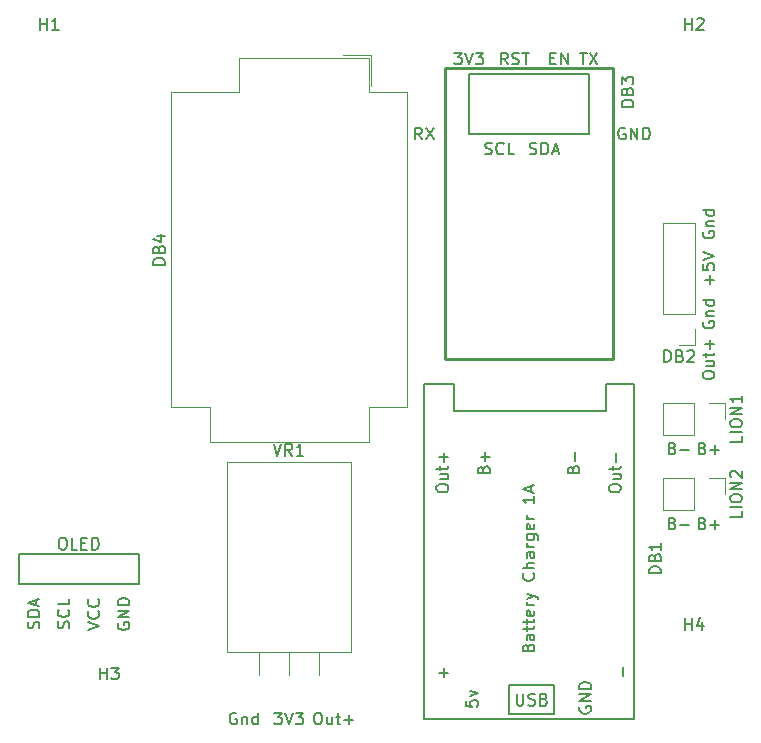
<source format=gbr>
%TF.GenerationSoftware,KiCad,Pcbnew,(5.1.10)-1*%
%TF.CreationDate,2022-04-16T20:13:42-07:00*%
%TF.ProjectId,S8-CO2 Sensor KiCAD,53382d43-4f32-4205-9365-6e736f72204b,rev?*%
%TF.SameCoordinates,Original*%
%TF.FileFunction,Legend,Top*%
%TF.FilePolarity,Positive*%
%FSLAX46Y46*%
G04 Gerber Fmt 4.6, Leading zero omitted, Abs format (unit mm)*
G04 Created by KiCad (PCBNEW (5.1.10)-1) date 2022-04-16 20:13:42*
%MOMM*%
%LPD*%
G01*
G04 APERTURE LIST*
%ADD10C,0.150000*%
%ADD11C,0.120000*%
%ADD12C,0.152400*%
%ADD13C,0.254000*%
G04 APERTURE END LIST*
D10*
X129571904Y-123912380D02*
X130190952Y-123912380D01*
X129857619Y-124293333D01*
X130000476Y-124293333D01*
X130095714Y-124340952D01*
X130143333Y-124388571D01*
X130190952Y-124483809D01*
X130190952Y-124721904D01*
X130143333Y-124817142D01*
X130095714Y-124864761D01*
X130000476Y-124912380D01*
X129714761Y-124912380D01*
X129619523Y-124864761D01*
X129571904Y-124817142D01*
X130476666Y-123912380D02*
X130810000Y-124912380D01*
X131143333Y-123912380D01*
X131381428Y-123912380D02*
X132000476Y-123912380D01*
X131667142Y-124293333D01*
X131810000Y-124293333D01*
X131905238Y-124340952D01*
X131952857Y-124388571D01*
X132000476Y-124483809D01*
X132000476Y-124721904D01*
X131952857Y-124817142D01*
X131905238Y-124864761D01*
X131810000Y-124912380D01*
X131524285Y-124912380D01*
X131429047Y-124864761D01*
X131381428Y-124817142D01*
X116340000Y-116331904D02*
X116292380Y-116427142D01*
X116292380Y-116570000D01*
X116340000Y-116712857D01*
X116435238Y-116808095D01*
X116530476Y-116855714D01*
X116720952Y-116903333D01*
X116863809Y-116903333D01*
X117054285Y-116855714D01*
X117149523Y-116808095D01*
X117244761Y-116712857D01*
X117292380Y-116570000D01*
X117292380Y-116474761D01*
X117244761Y-116331904D01*
X117197142Y-116284285D01*
X116863809Y-116284285D01*
X116863809Y-116474761D01*
X117292380Y-115855714D02*
X116292380Y-115855714D01*
X117292380Y-115284285D01*
X116292380Y-115284285D01*
X117292380Y-114808095D02*
X116292380Y-114808095D01*
X116292380Y-114570000D01*
X116340000Y-114427142D01*
X116435238Y-114331904D01*
X116530476Y-114284285D01*
X116720952Y-114236666D01*
X116863809Y-114236666D01*
X117054285Y-114284285D01*
X117149523Y-114331904D01*
X117244761Y-114427142D01*
X117292380Y-114570000D01*
X117292380Y-114808095D01*
X113752380Y-116903333D02*
X114752380Y-116570000D01*
X113752380Y-116236666D01*
X114657142Y-115331904D02*
X114704761Y-115379523D01*
X114752380Y-115522380D01*
X114752380Y-115617619D01*
X114704761Y-115760476D01*
X114609523Y-115855714D01*
X114514285Y-115903333D01*
X114323809Y-115950952D01*
X114180952Y-115950952D01*
X113990476Y-115903333D01*
X113895238Y-115855714D01*
X113800000Y-115760476D01*
X113752380Y-115617619D01*
X113752380Y-115522380D01*
X113800000Y-115379523D01*
X113847619Y-115331904D01*
X114657142Y-114331904D02*
X114704761Y-114379523D01*
X114752380Y-114522380D01*
X114752380Y-114617619D01*
X114704761Y-114760476D01*
X114609523Y-114855714D01*
X114514285Y-114903333D01*
X114323809Y-114950952D01*
X114180952Y-114950952D01*
X113990476Y-114903333D01*
X113895238Y-114855714D01*
X113800000Y-114760476D01*
X113752380Y-114617619D01*
X113752380Y-114522380D01*
X113800000Y-114379523D01*
X113847619Y-114331904D01*
X163282380Y-101528571D02*
X163425238Y-101576190D01*
X163472857Y-101623809D01*
X163520476Y-101719047D01*
X163520476Y-101861904D01*
X163472857Y-101957142D01*
X163425238Y-102004761D01*
X163330000Y-102052380D01*
X162949047Y-102052380D01*
X162949047Y-101052380D01*
X163282380Y-101052380D01*
X163377619Y-101100000D01*
X163425238Y-101147619D01*
X163472857Y-101242857D01*
X163472857Y-101338095D01*
X163425238Y-101433333D01*
X163377619Y-101480952D01*
X163282380Y-101528571D01*
X162949047Y-101528571D01*
X163949047Y-101671428D02*
X164710952Y-101671428D01*
X163282380Y-107878571D02*
X163425238Y-107926190D01*
X163472857Y-107973809D01*
X163520476Y-108069047D01*
X163520476Y-108211904D01*
X163472857Y-108307142D01*
X163425238Y-108354761D01*
X163330000Y-108402380D01*
X162949047Y-108402380D01*
X162949047Y-107402380D01*
X163282380Y-107402380D01*
X163377619Y-107450000D01*
X163425238Y-107497619D01*
X163472857Y-107592857D01*
X163472857Y-107688095D01*
X163425238Y-107783333D01*
X163377619Y-107830952D01*
X163282380Y-107878571D01*
X162949047Y-107878571D01*
X163949047Y-108021428D02*
X164710952Y-108021428D01*
X159258095Y-74430000D02*
X159162857Y-74382380D01*
X159020000Y-74382380D01*
X158877142Y-74430000D01*
X158781904Y-74525238D01*
X158734285Y-74620476D01*
X158686666Y-74810952D01*
X158686666Y-74953809D01*
X158734285Y-75144285D01*
X158781904Y-75239523D01*
X158877142Y-75334761D01*
X159020000Y-75382380D01*
X159115238Y-75382380D01*
X159258095Y-75334761D01*
X159305714Y-75287142D01*
X159305714Y-74953809D01*
X159115238Y-74953809D01*
X159734285Y-75382380D02*
X159734285Y-74382380D01*
X160305714Y-75382380D01*
X160305714Y-74382380D01*
X160781904Y-75382380D02*
X160781904Y-74382380D01*
X161020000Y-74382380D01*
X161162857Y-74430000D01*
X161258095Y-74525238D01*
X161305714Y-74620476D01*
X161353333Y-74810952D01*
X161353333Y-74953809D01*
X161305714Y-75144285D01*
X161258095Y-75239523D01*
X161162857Y-75334761D01*
X161020000Y-75382380D01*
X160781904Y-75382380D01*
X155448095Y-68032380D02*
X156019523Y-68032380D01*
X155733809Y-69032380D02*
X155733809Y-68032380D01*
X156257619Y-68032380D02*
X156924285Y-69032380D01*
X156924285Y-68032380D02*
X156257619Y-69032380D01*
X152931904Y-68508571D02*
X153265238Y-68508571D01*
X153408095Y-69032380D02*
X152931904Y-69032380D01*
X152931904Y-68032380D01*
X153408095Y-68032380D01*
X153836666Y-69032380D02*
X153836666Y-68032380D01*
X154408095Y-69032380D01*
X154408095Y-68032380D01*
X149312380Y-69032380D02*
X148979047Y-68556190D01*
X148740952Y-69032380D02*
X148740952Y-68032380D01*
X149121904Y-68032380D01*
X149217142Y-68080000D01*
X149264761Y-68127619D01*
X149312380Y-68222857D01*
X149312380Y-68365714D01*
X149264761Y-68460952D01*
X149217142Y-68508571D01*
X149121904Y-68556190D01*
X148740952Y-68556190D01*
X149693333Y-68984761D02*
X149836190Y-69032380D01*
X150074285Y-69032380D01*
X150169523Y-68984761D01*
X150217142Y-68937142D01*
X150264761Y-68841904D01*
X150264761Y-68746666D01*
X150217142Y-68651428D01*
X150169523Y-68603809D01*
X150074285Y-68556190D01*
X149883809Y-68508571D01*
X149788571Y-68460952D01*
X149740952Y-68413333D01*
X149693333Y-68318095D01*
X149693333Y-68222857D01*
X149740952Y-68127619D01*
X149788571Y-68080000D01*
X149883809Y-68032380D01*
X150121904Y-68032380D01*
X150264761Y-68080000D01*
X150550476Y-68032380D02*
X151121904Y-68032380D01*
X150836190Y-69032380D02*
X150836190Y-68032380D01*
X144811904Y-68032380D02*
X145430952Y-68032380D01*
X145097619Y-68413333D01*
X145240476Y-68413333D01*
X145335714Y-68460952D01*
X145383333Y-68508571D01*
X145430952Y-68603809D01*
X145430952Y-68841904D01*
X145383333Y-68937142D01*
X145335714Y-68984761D01*
X145240476Y-69032380D01*
X144954761Y-69032380D01*
X144859523Y-68984761D01*
X144811904Y-68937142D01*
X145716666Y-68032380D02*
X146050000Y-69032380D01*
X146383333Y-68032380D01*
X146621428Y-68032380D02*
X147240476Y-68032380D01*
X146907142Y-68413333D01*
X147050000Y-68413333D01*
X147145238Y-68460952D01*
X147192857Y-68508571D01*
X147240476Y-68603809D01*
X147240476Y-68841904D01*
X147192857Y-68937142D01*
X147145238Y-68984761D01*
X147050000Y-69032380D01*
X146764285Y-69032380D01*
X146669047Y-68984761D01*
X146621428Y-68937142D01*
X142073333Y-75382380D02*
X141740000Y-74906190D01*
X141501904Y-75382380D02*
X141501904Y-74382380D01*
X141882857Y-74382380D01*
X141978095Y-74430000D01*
X142025714Y-74477619D01*
X142073333Y-74572857D01*
X142073333Y-74715714D01*
X142025714Y-74810952D01*
X141978095Y-74858571D01*
X141882857Y-74906190D01*
X141501904Y-74906190D01*
X142406666Y-74382380D02*
X143073333Y-75382380D01*
X143073333Y-74382380D02*
X142406666Y-75382380D01*
X147399523Y-76604761D02*
X147542380Y-76652380D01*
X147780476Y-76652380D01*
X147875714Y-76604761D01*
X147923333Y-76557142D01*
X147970952Y-76461904D01*
X147970952Y-76366666D01*
X147923333Y-76271428D01*
X147875714Y-76223809D01*
X147780476Y-76176190D01*
X147590000Y-76128571D01*
X147494761Y-76080952D01*
X147447142Y-76033333D01*
X147399523Y-75938095D01*
X147399523Y-75842857D01*
X147447142Y-75747619D01*
X147494761Y-75700000D01*
X147590000Y-75652380D01*
X147828095Y-75652380D01*
X147970952Y-75700000D01*
X148970952Y-76557142D02*
X148923333Y-76604761D01*
X148780476Y-76652380D01*
X148685238Y-76652380D01*
X148542380Y-76604761D01*
X148447142Y-76509523D01*
X148399523Y-76414285D01*
X148351904Y-76223809D01*
X148351904Y-76080952D01*
X148399523Y-75890476D01*
X148447142Y-75795238D01*
X148542380Y-75700000D01*
X148685238Y-75652380D01*
X148780476Y-75652380D01*
X148923333Y-75700000D01*
X148970952Y-75747619D01*
X149875714Y-76652380D02*
X149399523Y-76652380D01*
X149399523Y-75652380D01*
X151185714Y-76604761D02*
X151328571Y-76652380D01*
X151566666Y-76652380D01*
X151661904Y-76604761D01*
X151709523Y-76557142D01*
X151757142Y-76461904D01*
X151757142Y-76366666D01*
X151709523Y-76271428D01*
X151661904Y-76223809D01*
X151566666Y-76176190D01*
X151376190Y-76128571D01*
X151280952Y-76080952D01*
X151233333Y-76033333D01*
X151185714Y-75938095D01*
X151185714Y-75842857D01*
X151233333Y-75747619D01*
X151280952Y-75700000D01*
X151376190Y-75652380D01*
X151614285Y-75652380D01*
X151757142Y-75700000D01*
X152185714Y-76652380D02*
X152185714Y-75652380D01*
X152423809Y-75652380D01*
X152566666Y-75700000D01*
X152661904Y-75795238D01*
X152709523Y-75890476D01*
X152757142Y-76080952D01*
X152757142Y-76223809D01*
X152709523Y-76414285D01*
X152661904Y-76509523D01*
X152566666Y-76604761D01*
X152423809Y-76652380D01*
X152185714Y-76652380D01*
X153138095Y-76366666D02*
X153614285Y-76366666D01*
X153042857Y-76652380D02*
X153376190Y-75652380D01*
X153709523Y-76652380D01*
X112164761Y-116760476D02*
X112212380Y-116617619D01*
X112212380Y-116379523D01*
X112164761Y-116284285D01*
X112117142Y-116236666D01*
X112021904Y-116189047D01*
X111926666Y-116189047D01*
X111831428Y-116236666D01*
X111783809Y-116284285D01*
X111736190Y-116379523D01*
X111688571Y-116570000D01*
X111640952Y-116665238D01*
X111593333Y-116712857D01*
X111498095Y-116760476D01*
X111402857Y-116760476D01*
X111307619Y-116712857D01*
X111260000Y-116665238D01*
X111212380Y-116570000D01*
X111212380Y-116331904D01*
X111260000Y-116189047D01*
X112117142Y-115189047D02*
X112164761Y-115236666D01*
X112212380Y-115379523D01*
X112212380Y-115474761D01*
X112164761Y-115617619D01*
X112069523Y-115712857D01*
X111974285Y-115760476D01*
X111783809Y-115808095D01*
X111640952Y-115808095D01*
X111450476Y-115760476D01*
X111355238Y-115712857D01*
X111260000Y-115617619D01*
X111212380Y-115474761D01*
X111212380Y-115379523D01*
X111260000Y-115236666D01*
X111307619Y-115189047D01*
X112212380Y-114284285D02*
X112212380Y-114760476D01*
X111212380Y-114760476D01*
X109624761Y-116784285D02*
X109672380Y-116641428D01*
X109672380Y-116403333D01*
X109624761Y-116308095D01*
X109577142Y-116260476D01*
X109481904Y-116212857D01*
X109386666Y-116212857D01*
X109291428Y-116260476D01*
X109243809Y-116308095D01*
X109196190Y-116403333D01*
X109148571Y-116593809D01*
X109100952Y-116689047D01*
X109053333Y-116736666D01*
X108958095Y-116784285D01*
X108862857Y-116784285D01*
X108767619Y-116736666D01*
X108720000Y-116689047D01*
X108672380Y-116593809D01*
X108672380Y-116355714D01*
X108720000Y-116212857D01*
X109672380Y-115784285D02*
X108672380Y-115784285D01*
X108672380Y-115546190D01*
X108720000Y-115403333D01*
X108815238Y-115308095D01*
X108910476Y-115260476D01*
X109100952Y-115212857D01*
X109243809Y-115212857D01*
X109434285Y-115260476D01*
X109529523Y-115308095D01*
X109624761Y-115403333D01*
X109672380Y-115546190D01*
X109672380Y-115784285D01*
X109386666Y-114831904D02*
X109386666Y-114355714D01*
X109672380Y-114927142D02*
X108672380Y-114593809D01*
X109672380Y-114260476D01*
X133167619Y-123912380D02*
X133358095Y-123912380D01*
X133453333Y-123960000D01*
X133548571Y-124055238D01*
X133596190Y-124245714D01*
X133596190Y-124579047D01*
X133548571Y-124769523D01*
X133453333Y-124864761D01*
X133358095Y-124912380D01*
X133167619Y-124912380D01*
X133072380Y-124864761D01*
X132977142Y-124769523D01*
X132929523Y-124579047D01*
X132929523Y-124245714D01*
X132977142Y-124055238D01*
X133072380Y-123960000D01*
X133167619Y-123912380D01*
X134453333Y-124245714D02*
X134453333Y-124912380D01*
X134024761Y-124245714D02*
X134024761Y-124769523D01*
X134072380Y-124864761D01*
X134167619Y-124912380D01*
X134310476Y-124912380D01*
X134405714Y-124864761D01*
X134453333Y-124817142D01*
X134786666Y-124245714D02*
X135167619Y-124245714D01*
X134929523Y-123912380D02*
X134929523Y-124769523D01*
X134977142Y-124864761D01*
X135072380Y-124912380D01*
X135167619Y-124912380D01*
X135500952Y-124531428D02*
X136262857Y-124531428D01*
X135881904Y-124912380D02*
X135881904Y-124150476D01*
X126357142Y-123960000D02*
X126261904Y-123912380D01*
X126119047Y-123912380D01*
X125976190Y-123960000D01*
X125880952Y-124055238D01*
X125833333Y-124150476D01*
X125785714Y-124340952D01*
X125785714Y-124483809D01*
X125833333Y-124674285D01*
X125880952Y-124769523D01*
X125976190Y-124864761D01*
X126119047Y-124912380D01*
X126214285Y-124912380D01*
X126357142Y-124864761D01*
X126404761Y-124817142D01*
X126404761Y-124483809D01*
X126214285Y-124483809D01*
X126833333Y-124245714D02*
X126833333Y-124912380D01*
X126833333Y-124340952D02*
X126880952Y-124293333D01*
X126976190Y-124245714D01*
X127119047Y-124245714D01*
X127214285Y-124293333D01*
X127261904Y-124388571D01*
X127261904Y-124912380D01*
X128166666Y-124912380D02*
X128166666Y-123912380D01*
X128166666Y-124864761D02*
X128071428Y-124912380D01*
X127880952Y-124912380D01*
X127785714Y-124864761D01*
X127738095Y-124817142D01*
X127690476Y-124721904D01*
X127690476Y-124436190D01*
X127738095Y-124340952D01*
X127785714Y-124293333D01*
X127880952Y-124245714D01*
X128071428Y-124245714D01*
X128166666Y-124293333D01*
X165822380Y-101528571D02*
X165965238Y-101576190D01*
X166012857Y-101623809D01*
X166060476Y-101719047D01*
X166060476Y-101861904D01*
X166012857Y-101957142D01*
X165965238Y-102004761D01*
X165870000Y-102052380D01*
X165489047Y-102052380D01*
X165489047Y-101052380D01*
X165822380Y-101052380D01*
X165917619Y-101100000D01*
X165965238Y-101147619D01*
X166012857Y-101242857D01*
X166012857Y-101338095D01*
X165965238Y-101433333D01*
X165917619Y-101480952D01*
X165822380Y-101528571D01*
X165489047Y-101528571D01*
X166489047Y-101671428D02*
X167250952Y-101671428D01*
X166870000Y-102052380D02*
X166870000Y-101290476D01*
X165822380Y-107878571D02*
X165965238Y-107926190D01*
X166012857Y-107973809D01*
X166060476Y-108069047D01*
X166060476Y-108211904D01*
X166012857Y-108307142D01*
X165965238Y-108354761D01*
X165870000Y-108402380D01*
X165489047Y-108402380D01*
X165489047Y-107402380D01*
X165822380Y-107402380D01*
X165917619Y-107450000D01*
X165965238Y-107497619D01*
X166012857Y-107592857D01*
X166012857Y-107688095D01*
X165965238Y-107783333D01*
X165917619Y-107830952D01*
X165822380Y-107878571D01*
X165489047Y-107878571D01*
X166489047Y-108021428D02*
X167250952Y-108021428D01*
X166870000Y-108402380D02*
X166870000Y-107640476D01*
X165870000Y-83192857D02*
X165822380Y-83288095D01*
X165822380Y-83430952D01*
X165870000Y-83573809D01*
X165965238Y-83669047D01*
X166060476Y-83716666D01*
X166250952Y-83764285D01*
X166393809Y-83764285D01*
X166584285Y-83716666D01*
X166679523Y-83669047D01*
X166774761Y-83573809D01*
X166822380Y-83430952D01*
X166822380Y-83335714D01*
X166774761Y-83192857D01*
X166727142Y-83145238D01*
X166393809Y-83145238D01*
X166393809Y-83335714D01*
X166155714Y-82716666D02*
X166822380Y-82716666D01*
X166250952Y-82716666D02*
X166203333Y-82669047D01*
X166155714Y-82573809D01*
X166155714Y-82430952D01*
X166203333Y-82335714D01*
X166298571Y-82288095D01*
X166822380Y-82288095D01*
X166822380Y-81383333D02*
X165822380Y-81383333D01*
X166774761Y-81383333D02*
X166822380Y-81478571D01*
X166822380Y-81669047D01*
X166774761Y-81764285D01*
X166727142Y-81811904D01*
X166631904Y-81859523D01*
X166346190Y-81859523D01*
X166250952Y-81811904D01*
X166203333Y-81764285D01*
X166155714Y-81669047D01*
X166155714Y-81478571D01*
X166203333Y-81383333D01*
X166441428Y-87645714D02*
X166441428Y-86883809D01*
X166822380Y-87264761D02*
X166060476Y-87264761D01*
X165822380Y-85931428D02*
X165822380Y-86407619D01*
X166298571Y-86455238D01*
X166250952Y-86407619D01*
X166203333Y-86312380D01*
X166203333Y-86074285D01*
X166250952Y-85979047D01*
X166298571Y-85931428D01*
X166393809Y-85883809D01*
X166631904Y-85883809D01*
X166727142Y-85931428D01*
X166774761Y-85979047D01*
X166822380Y-86074285D01*
X166822380Y-86312380D01*
X166774761Y-86407619D01*
X166727142Y-86455238D01*
X165822380Y-85598095D02*
X166822380Y-85264761D01*
X165822380Y-84931428D01*
X165870000Y-90812857D02*
X165822380Y-90908095D01*
X165822380Y-91050952D01*
X165870000Y-91193809D01*
X165965238Y-91289047D01*
X166060476Y-91336666D01*
X166250952Y-91384285D01*
X166393809Y-91384285D01*
X166584285Y-91336666D01*
X166679523Y-91289047D01*
X166774761Y-91193809D01*
X166822380Y-91050952D01*
X166822380Y-90955714D01*
X166774761Y-90812857D01*
X166727142Y-90765238D01*
X166393809Y-90765238D01*
X166393809Y-90955714D01*
X166155714Y-90336666D02*
X166822380Y-90336666D01*
X166250952Y-90336666D02*
X166203333Y-90289047D01*
X166155714Y-90193809D01*
X166155714Y-90050952D01*
X166203333Y-89955714D01*
X166298571Y-89908095D01*
X166822380Y-89908095D01*
X166822380Y-89003333D02*
X165822380Y-89003333D01*
X166774761Y-89003333D02*
X166822380Y-89098571D01*
X166822380Y-89289047D01*
X166774761Y-89384285D01*
X166727142Y-89431904D01*
X166631904Y-89479523D01*
X166346190Y-89479523D01*
X166250952Y-89431904D01*
X166203333Y-89384285D01*
X166155714Y-89289047D01*
X166155714Y-89098571D01*
X166203333Y-89003333D01*
X165822380Y-95432380D02*
X165822380Y-95241904D01*
X165870000Y-95146666D01*
X165965238Y-95051428D01*
X166155714Y-95003809D01*
X166489047Y-95003809D01*
X166679523Y-95051428D01*
X166774761Y-95146666D01*
X166822380Y-95241904D01*
X166822380Y-95432380D01*
X166774761Y-95527619D01*
X166679523Y-95622857D01*
X166489047Y-95670476D01*
X166155714Y-95670476D01*
X165965238Y-95622857D01*
X165870000Y-95527619D01*
X165822380Y-95432380D01*
X166155714Y-94146666D02*
X166822380Y-94146666D01*
X166155714Y-94575238D02*
X166679523Y-94575238D01*
X166774761Y-94527619D01*
X166822380Y-94432380D01*
X166822380Y-94289523D01*
X166774761Y-94194285D01*
X166727142Y-94146666D01*
X166155714Y-93813333D02*
X166155714Y-93432380D01*
X165822380Y-93670476D02*
X166679523Y-93670476D01*
X166774761Y-93622857D01*
X166822380Y-93527619D01*
X166822380Y-93432380D01*
X166441428Y-93099047D02*
X166441428Y-92337142D01*
X166822380Y-92718095D02*
X166060476Y-92718095D01*
D11*
%TO.C,DB4*%
X137780000Y-68270000D02*
X137780000Y-70840000D01*
X135350000Y-68270000D02*
X137780000Y-68270000D01*
X120860000Y-98000000D02*
X120860000Y-71400000D01*
X126580000Y-71400000D02*
X120860000Y-71400000D01*
X126580000Y-71400000D02*
X126580000Y-68470000D01*
X126580000Y-68470000D02*
X137580000Y-68470000D01*
X137580000Y-71400000D02*
X137580000Y-68470000D01*
X140760000Y-71400000D02*
X140760000Y-98000000D01*
X137580000Y-100970000D02*
X137580000Y-98000000D01*
X124080000Y-100970000D02*
X124080000Y-98000000D01*
X140760000Y-71400000D02*
X137580000Y-71400000D01*
X137580000Y-98000000D02*
X140760000Y-98000000D01*
X124080000Y-100970000D02*
X137580000Y-100970000D01*
X120860000Y-98000000D02*
X124080000Y-98000000D01*
%TO.C,LION2*%
X162500000Y-104080000D02*
X162500000Y-106740000D01*
X165100000Y-104080000D02*
X162500000Y-104080000D01*
X165100000Y-106740000D02*
X162500000Y-106740000D01*
X165100000Y-104080000D02*
X165100000Y-106740000D01*
X166370000Y-104080000D02*
X167700000Y-104080000D01*
X167700000Y-104080000D02*
X167700000Y-105410000D01*
D12*
%TO.C,DB3*%
X156210000Y-74930000D02*
X156210000Y-72390000D01*
X146050000Y-74930000D02*
X156210000Y-74930000D01*
X146050000Y-69850000D02*
X146050000Y-74930000D01*
X153670000Y-69850000D02*
X146050000Y-69850000D01*
X156210000Y-69850000D02*
X153670000Y-69850000D01*
X156210000Y-72390000D02*
X156210000Y-69850000D01*
D13*
X144018000Y-69342000D02*
X158242000Y-69342000D01*
X144018000Y-93980000D02*
X144018000Y-69342000D01*
X158242000Y-93980000D02*
X144018000Y-93980000D01*
X158242000Y-69342000D02*
X158242000Y-93980000D01*
D10*
%TO.C,DB1*%
X142240000Y-124460000D02*
X142240000Y-98160000D01*
X153240000Y-124060000D02*
X149540000Y-124060000D01*
X153240000Y-121560000D02*
X153240000Y-124060000D01*
X149440000Y-121560000D02*
X153240000Y-121560000D01*
X149440000Y-124060000D02*
X149440000Y-121560000D01*
X160040000Y-124460000D02*
X142240000Y-124460000D01*
X160040000Y-96060000D02*
X160040000Y-124460000D01*
X157940000Y-96060000D02*
X160040000Y-96060000D01*
X144740000Y-96060000D02*
X144740000Y-98360000D01*
X142240000Y-96060000D02*
X144740000Y-96060000D01*
X142240000Y-98160000D02*
X142240000Y-96060000D01*
X157640000Y-96060000D02*
X157940000Y-96060000D01*
X157640000Y-98160000D02*
X157640000Y-96060000D01*
X157640000Y-98360000D02*
X157640000Y-98060000D01*
X144740000Y-98360000D02*
X157640000Y-98360000D01*
D11*
%TO.C,DB2*%
X165160000Y-92770000D02*
X163830000Y-92770000D01*
X165160000Y-91440000D02*
X165160000Y-92770000D01*
X165160000Y-90170000D02*
X162500000Y-90170000D01*
X162500000Y-90170000D02*
X162500000Y-82490000D01*
X165160000Y-90170000D02*
X165160000Y-82490000D01*
X165160000Y-82490000D02*
X162500000Y-82490000D01*
%TO.C,LION1*%
X167700000Y-97730000D02*
X167700000Y-99060000D01*
X166370000Y-97730000D02*
X167700000Y-97730000D01*
X165100000Y-97730000D02*
X165100000Y-100390000D01*
X165100000Y-100390000D02*
X162500000Y-100390000D01*
X165100000Y-97730000D02*
X162500000Y-97730000D01*
X162500000Y-97730000D02*
X162500000Y-100390000D01*
%TO.C,VR1*%
X133350000Y-118810000D02*
X133350000Y-120770000D01*
X130810000Y-118810000D02*
X130810000Y-120770000D01*
X128270000Y-118810000D02*
X128270000Y-120770000D01*
X136060000Y-102700000D02*
X136060000Y-118810000D01*
X125560000Y-102700000D02*
X125560000Y-118810000D01*
X125560000Y-102700000D02*
X136060000Y-102700000D01*
X125560000Y-118810000D02*
X136060000Y-118810000D01*
D10*
%TO.C,DS1*%
X107950000Y-113030000D02*
X107950000Y-110490000D01*
X118110000Y-110490000D02*
X118110000Y-113030000D01*
X107950000Y-110490000D02*
X118110000Y-110490000D01*
X107950000Y-113030000D02*
X118110000Y-113030000D01*
%TO.C,DB4*%
X120302380Y-85988095D02*
X119302380Y-85988095D01*
X119302380Y-85750000D01*
X119350000Y-85607142D01*
X119445238Y-85511904D01*
X119540476Y-85464285D01*
X119730952Y-85416666D01*
X119873809Y-85416666D01*
X120064285Y-85464285D01*
X120159523Y-85511904D01*
X120254761Y-85607142D01*
X120302380Y-85750000D01*
X120302380Y-85988095D01*
X119778571Y-84654761D02*
X119826190Y-84511904D01*
X119873809Y-84464285D01*
X119969047Y-84416666D01*
X120111904Y-84416666D01*
X120207142Y-84464285D01*
X120254761Y-84511904D01*
X120302380Y-84607142D01*
X120302380Y-84988095D01*
X119302380Y-84988095D01*
X119302380Y-84654761D01*
X119350000Y-84559523D01*
X119397619Y-84511904D01*
X119492857Y-84464285D01*
X119588095Y-84464285D01*
X119683333Y-84511904D01*
X119730952Y-84559523D01*
X119778571Y-84654761D01*
X119778571Y-84988095D01*
X119635714Y-83559523D02*
X120302380Y-83559523D01*
X119254761Y-83797619D02*
X119969047Y-84035714D01*
X119969047Y-83416666D01*
%TO.C,LION2*%
X169152380Y-106862380D02*
X169152380Y-107338571D01*
X168152380Y-107338571D01*
X169152380Y-106529047D02*
X168152380Y-106529047D01*
X168152380Y-105862380D02*
X168152380Y-105671904D01*
X168200000Y-105576666D01*
X168295238Y-105481428D01*
X168485714Y-105433809D01*
X168819047Y-105433809D01*
X169009523Y-105481428D01*
X169104761Y-105576666D01*
X169152380Y-105671904D01*
X169152380Y-105862380D01*
X169104761Y-105957619D01*
X169009523Y-106052857D01*
X168819047Y-106100476D01*
X168485714Y-106100476D01*
X168295238Y-106052857D01*
X168200000Y-105957619D01*
X168152380Y-105862380D01*
X169152380Y-105005238D02*
X168152380Y-105005238D01*
X169152380Y-104433809D01*
X168152380Y-104433809D01*
X168247619Y-104005238D02*
X168200000Y-103957619D01*
X168152380Y-103862380D01*
X168152380Y-103624285D01*
X168200000Y-103529047D01*
X168247619Y-103481428D01*
X168342857Y-103433809D01*
X168438095Y-103433809D01*
X168580952Y-103481428D01*
X169152380Y-104052857D01*
X169152380Y-103433809D01*
%TO.C,DB3*%
X159964380Y-72612095D02*
X158964380Y-72612095D01*
X158964380Y-72374000D01*
X159012000Y-72231142D01*
X159107238Y-72135904D01*
X159202476Y-72088285D01*
X159392952Y-72040666D01*
X159535809Y-72040666D01*
X159726285Y-72088285D01*
X159821523Y-72135904D01*
X159916761Y-72231142D01*
X159964380Y-72374000D01*
X159964380Y-72612095D01*
X159440571Y-71278761D02*
X159488190Y-71135904D01*
X159535809Y-71088285D01*
X159631047Y-71040666D01*
X159773904Y-71040666D01*
X159869142Y-71088285D01*
X159916761Y-71135904D01*
X159964380Y-71231142D01*
X159964380Y-71612095D01*
X158964380Y-71612095D01*
X158964380Y-71278761D01*
X159012000Y-71183523D01*
X159059619Y-71135904D01*
X159154857Y-71088285D01*
X159250095Y-71088285D01*
X159345333Y-71135904D01*
X159392952Y-71183523D01*
X159440571Y-71278761D01*
X159440571Y-71612095D01*
X158964380Y-70707333D02*
X158964380Y-70088285D01*
X159345333Y-70421619D01*
X159345333Y-70278761D01*
X159392952Y-70183523D01*
X159440571Y-70135904D01*
X159535809Y-70088285D01*
X159773904Y-70088285D01*
X159869142Y-70135904D01*
X159916761Y-70183523D01*
X159964380Y-70278761D01*
X159964380Y-70564476D01*
X159916761Y-70659714D01*
X159869142Y-70707333D01*
%TO.C,DB1*%
X162292380Y-112098095D02*
X161292380Y-112098095D01*
X161292380Y-111860000D01*
X161340000Y-111717142D01*
X161435238Y-111621904D01*
X161530476Y-111574285D01*
X161720952Y-111526666D01*
X161863809Y-111526666D01*
X162054285Y-111574285D01*
X162149523Y-111621904D01*
X162244761Y-111717142D01*
X162292380Y-111860000D01*
X162292380Y-112098095D01*
X161768571Y-110764761D02*
X161816190Y-110621904D01*
X161863809Y-110574285D01*
X161959047Y-110526666D01*
X162101904Y-110526666D01*
X162197142Y-110574285D01*
X162244761Y-110621904D01*
X162292380Y-110717142D01*
X162292380Y-111098095D01*
X161292380Y-111098095D01*
X161292380Y-110764761D01*
X161340000Y-110669523D01*
X161387619Y-110621904D01*
X161482857Y-110574285D01*
X161578095Y-110574285D01*
X161673333Y-110621904D01*
X161720952Y-110669523D01*
X161768571Y-110764761D01*
X161768571Y-111098095D01*
X162292380Y-109574285D02*
X162292380Y-110145714D01*
X162292380Y-109860000D02*
X161292380Y-109860000D01*
X161435238Y-109955238D01*
X161530476Y-110050476D01*
X161578095Y-110145714D01*
X151068571Y-118402857D02*
X151116190Y-118260000D01*
X151163809Y-118212380D01*
X151259047Y-118164761D01*
X151401904Y-118164761D01*
X151497142Y-118212380D01*
X151544761Y-118260000D01*
X151592380Y-118355238D01*
X151592380Y-118736190D01*
X150592380Y-118736190D01*
X150592380Y-118402857D01*
X150640000Y-118307619D01*
X150687619Y-118260000D01*
X150782857Y-118212380D01*
X150878095Y-118212380D01*
X150973333Y-118260000D01*
X151020952Y-118307619D01*
X151068571Y-118402857D01*
X151068571Y-118736190D01*
X151592380Y-117307619D02*
X151068571Y-117307619D01*
X150973333Y-117355238D01*
X150925714Y-117450476D01*
X150925714Y-117640952D01*
X150973333Y-117736190D01*
X151544761Y-117307619D02*
X151592380Y-117402857D01*
X151592380Y-117640952D01*
X151544761Y-117736190D01*
X151449523Y-117783809D01*
X151354285Y-117783809D01*
X151259047Y-117736190D01*
X151211428Y-117640952D01*
X151211428Y-117402857D01*
X151163809Y-117307619D01*
X150925714Y-116974285D02*
X150925714Y-116593333D01*
X150592380Y-116831428D02*
X151449523Y-116831428D01*
X151544761Y-116783809D01*
X151592380Y-116688571D01*
X151592380Y-116593333D01*
X150925714Y-116402857D02*
X150925714Y-116021904D01*
X150592380Y-116260000D02*
X151449523Y-116260000D01*
X151544761Y-116212380D01*
X151592380Y-116117142D01*
X151592380Y-116021904D01*
X151544761Y-115307619D02*
X151592380Y-115402857D01*
X151592380Y-115593333D01*
X151544761Y-115688571D01*
X151449523Y-115736190D01*
X151068571Y-115736190D01*
X150973333Y-115688571D01*
X150925714Y-115593333D01*
X150925714Y-115402857D01*
X150973333Y-115307619D01*
X151068571Y-115260000D01*
X151163809Y-115260000D01*
X151259047Y-115736190D01*
X151592380Y-114831428D02*
X150925714Y-114831428D01*
X151116190Y-114831428D02*
X151020952Y-114783809D01*
X150973333Y-114736190D01*
X150925714Y-114640952D01*
X150925714Y-114545714D01*
X150925714Y-114307619D02*
X151592380Y-114069523D01*
X150925714Y-113831428D02*
X151592380Y-114069523D01*
X151830476Y-114164761D01*
X151878095Y-114212380D01*
X151925714Y-114307619D01*
X151497142Y-112117142D02*
X151544761Y-112164761D01*
X151592380Y-112307619D01*
X151592380Y-112402857D01*
X151544761Y-112545714D01*
X151449523Y-112640952D01*
X151354285Y-112688571D01*
X151163809Y-112736190D01*
X151020952Y-112736190D01*
X150830476Y-112688571D01*
X150735238Y-112640952D01*
X150640000Y-112545714D01*
X150592380Y-112402857D01*
X150592380Y-112307619D01*
X150640000Y-112164761D01*
X150687619Y-112117142D01*
X151592380Y-111688571D02*
X150592380Y-111688571D01*
X151592380Y-111260000D02*
X151068571Y-111260000D01*
X150973333Y-111307619D01*
X150925714Y-111402857D01*
X150925714Y-111545714D01*
X150973333Y-111640952D01*
X151020952Y-111688571D01*
X151592380Y-110355238D02*
X151068571Y-110355238D01*
X150973333Y-110402857D01*
X150925714Y-110498095D01*
X150925714Y-110688571D01*
X150973333Y-110783809D01*
X151544761Y-110355238D02*
X151592380Y-110450476D01*
X151592380Y-110688571D01*
X151544761Y-110783809D01*
X151449523Y-110831428D01*
X151354285Y-110831428D01*
X151259047Y-110783809D01*
X151211428Y-110688571D01*
X151211428Y-110450476D01*
X151163809Y-110355238D01*
X151592380Y-109879047D02*
X150925714Y-109879047D01*
X151116190Y-109879047D02*
X151020952Y-109831428D01*
X150973333Y-109783809D01*
X150925714Y-109688571D01*
X150925714Y-109593333D01*
X150925714Y-108831428D02*
X151735238Y-108831428D01*
X151830476Y-108879047D01*
X151878095Y-108926666D01*
X151925714Y-109021904D01*
X151925714Y-109164761D01*
X151878095Y-109260000D01*
X151544761Y-108831428D02*
X151592380Y-108926666D01*
X151592380Y-109117142D01*
X151544761Y-109212380D01*
X151497142Y-109260000D01*
X151401904Y-109307619D01*
X151116190Y-109307619D01*
X151020952Y-109260000D01*
X150973333Y-109212380D01*
X150925714Y-109117142D01*
X150925714Y-108926666D01*
X150973333Y-108831428D01*
X151544761Y-107974285D02*
X151592380Y-108069523D01*
X151592380Y-108260000D01*
X151544761Y-108355238D01*
X151449523Y-108402857D01*
X151068571Y-108402857D01*
X150973333Y-108355238D01*
X150925714Y-108260000D01*
X150925714Y-108069523D01*
X150973333Y-107974285D01*
X151068571Y-107926666D01*
X151163809Y-107926666D01*
X151259047Y-108402857D01*
X151592380Y-107498095D02*
X150925714Y-107498095D01*
X151116190Y-107498095D02*
X151020952Y-107450476D01*
X150973333Y-107402857D01*
X150925714Y-107307619D01*
X150925714Y-107212380D01*
X151592380Y-105593333D02*
X151592380Y-106164761D01*
X151592380Y-105879047D02*
X150592380Y-105879047D01*
X150735238Y-105974285D01*
X150830476Y-106069523D01*
X150878095Y-106164761D01*
X151306666Y-105212380D02*
X151306666Y-104736190D01*
X151592380Y-105307619D02*
X150592380Y-104974285D01*
X151592380Y-104640952D01*
X155440000Y-123421904D02*
X155392380Y-123517142D01*
X155392380Y-123660000D01*
X155440000Y-123802857D01*
X155535238Y-123898095D01*
X155630476Y-123945714D01*
X155820952Y-123993333D01*
X155963809Y-123993333D01*
X156154285Y-123945714D01*
X156249523Y-123898095D01*
X156344761Y-123802857D01*
X156392380Y-123660000D01*
X156392380Y-123564761D01*
X156344761Y-123421904D01*
X156297142Y-123374285D01*
X155963809Y-123374285D01*
X155963809Y-123564761D01*
X156392380Y-122945714D02*
X155392380Y-122945714D01*
X156392380Y-122374285D01*
X155392380Y-122374285D01*
X156392380Y-121898095D02*
X155392380Y-121898095D01*
X155392380Y-121660000D01*
X155440000Y-121517142D01*
X155535238Y-121421904D01*
X155630476Y-121374285D01*
X155820952Y-121326666D01*
X155963809Y-121326666D01*
X156154285Y-121374285D01*
X156249523Y-121421904D01*
X156344761Y-121517142D01*
X156392380Y-121660000D01*
X156392380Y-121898095D01*
X145792380Y-122902857D02*
X145792380Y-123379047D01*
X146268571Y-123426666D01*
X146220952Y-123379047D01*
X146173333Y-123283809D01*
X146173333Y-123045714D01*
X146220952Y-122950476D01*
X146268571Y-122902857D01*
X146363809Y-122855238D01*
X146601904Y-122855238D01*
X146697142Y-122902857D01*
X146744761Y-122950476D01*
X146792380Y-123045714D01*
X146792380Y-123283809D01*
X146744761Y-123379047D01*
X146697142Y-123426666D01*
X146125714Y-122521904D02*
X146792380Y-122283809D01*
X146125714Y-122045714D01*
X147268571Y-103307619D02*
X147316190Y-103164761D01*
X147363809Y-103117142D01*
X147459047Y-103069523D01*
X147601904Y-103069523D01*
X147697142Y-103117142D01*
X147744761Y-103164761D01*
X147792380Y-103260000D01*
X147792380Y-103640952D01*
X146792380Y-103640952D01*
X146792380Y-103307619D01*
X146840000Y-103212380D01*
X146887619Y-103164761D01*
X146982857Y-103117142D01*
X147078095Y-103117142D01*
X147173333Y-103164761D01*
X147220952Y-103212380D01*
X147268571Y-103307619D01*
X147268571Y-103640952D01*
X147411428Y-102640952D02*
X147411428Y-101879047D01*
X147792380Y-102260000D02*
X147030476Y-102260000D01*
X154868571Y-103307619D02*
X154916190Y-103164761D01*
X154963809Y-103117142D01*
X155059047Y-103069523D01*
X155201904Y-103069523D01*
X155297142Y-103117142D01*
X155344761Y-103164761D01*
X155392380Y-103260000D01*
X155392380Y-103640952D01*
X154392380Y-103640952D01*
X154392380Y-103307619D01*
X154440000Y-103212380D01*
X154487619Y-103164761D01*
X154582857Y-103117142D01*
X154678095Y-103117142D01*
X154773333Y-103164761D01*
X154820952Y-103212380D01*
X154868571Y-103307619D01*
X154868571Y-103640952D01*
X155011428Y-102640952D02*
X155011428Y-101879047D01*
X143292380Y-105012380D02*
X143292380Y-104821904D01*
X143340000Y-104726666D01*
X143435238Y-104631428D01*
X143625714Y-104583809D01*
X143959047Y-104583809D01*
X144149523Y-104631428D01*
X144244761Y-104726666D01*
X144292380Y-104821904D01*
X144292380Y-105012380D01*
X144244761Y-105107619D01*
X144149523Y-105202857D01*
X143959047Y-105250476D01*
X143625714Y-105250476D01*
X143435238Y-105202857D01*
X143340000Y-105107619D01*
X143292380Y-105012380D01*
X143625714Y-103726666D02*
X144292380Y-103726666D01*
X143625714Y-104155238D02*
X144149523Y-104155238D01*
X144244761Y-104107619D01*
X144292380Y-104012380D01*
X144292380Y-103869523D01*
X144244761Y-103774285D01*
X144197142Y-103726666D01*
X143625714Y-103393333D02*
X143625714Y-103012380D01*
X143292380Y-103250476D02*
X144149523Y-103250476D01*
X144244761Y-103202857D01*
X144292380Y-103107619D01*
X144292380Y-103012380D01*
X143911428Y-102679047D02*
X143911428Y-101917142D01*
X144292380Y-102298095D02*
X143530476Y-102298095D01*
X157892380Y-105012380D02*
X157892380Y-104821904D01*
X157940000Y-104726666D01*
X158035238Y-104631428D01*
X158225714Y-104583809D01*
X158559047Y-104583809D01*
X158749523Y-104631428D01*
X158844761Y-104726666D01*
X158892380Y-104821904D01*
X158892380Y-105012380D01*
X158844761Y-105107619D01*
X158749523Y-105202857D01*
X158559047Y-105250476D01*
X158225714Y-105250476D01*
X158035238Y-105202857D01*
X157940000Y-105107619D01*
X157892380Y-105012380D01*
X158225714Y-103726666D02*
X158892380Y-103726666D01*
X158225714Y-104155238D02*
X158749523Y-104155238D01*
X158844761Y-104107619D01*
X158892380Y-104012380D01*
X158892380Y-103869523D01*
X158844761Y-103774285D01*
X158797142Y-103726666D01*
X158225714Y-103393333D02*
X158225714Y-103012380D01*
X157892380Y-103250476D02*
X158749523Y-103250476D01*
X158844761Y-103202857D01*
X158892380Y-103107619D01*
X158892380Y-103012380D01*
X158511428Y-102679047D02*
X158511428Y-101917142D01*
X150078095Y-122312380D02*
X150078095Y-123121904D01*
X150125714Y-123217142D01*
X150173333Y-123264761D01*
X150268571Y-123312380D01*
X150459047Y-123312380D01*
X150554285Y-123264761D01*
X150601904Y-123217142D01*
X150649523Y-123121904D01*
X150649523Y-122312380D01*
X151078095Y-123264761D02*
X151220952Y-123312380D01*
X151459047Y-123312380D01*
X151554285Y-123264761D01*
X151601904Y-123217142D01*
X151649523Y-123121904D01*
X151649523Y-123026666D01*
X151601904Y-122931428D01*
X151554285Y-122883809D01*
X151459047Y-122836190D01*
X151268571Y-122788571D01*
X151173333Y-122740952D01*
X151125714Y-122693333D01*
X151078095Y-122598095D01*
X151078095Y-122502857D01*
X151125714Y-122407619D01*
X151173333Y-122360000D01*
X151268571Y-122312380D01*
X151506666Y-122312380D01*
X151649523Y-122360000D01*
X152411428Y-122788571D02*
X152554285Y-122836190D01*
X152601904Y-122883809D01*
X152649523Y-122979047D01*
X152649523Y-123121904D01*
X152601904Y-123217142D01*
X152554285Y-123264761D01*
X152459047Y-123312380D01*
X152078095Y-123312380D01*
X152078095Y-122312380D01*
X152411428Y-122312380D01*
X152506666Y-122360000D01*
X152554285Y-122407619D01*
X152601904Y-122502857D01*
X152601904Y-122598095D01*
X152554285Y-122693333D01*
X152506666Y-122740952D01*
X152411428Y-122788571D01*
X152078095Y-122788571D01*
X159111428Y-120840952D02*
X159111428Y-120079047D01*
X143911428Y-120940952D02*
X143911428Y-120179047D01*
X144292380Y-120560000D02*
X143530476Y-120560000D01*
%TO.C,DB2*%
X162591904Y-94222380D02*
X162591904Y-93222380D01*
X162830000Y-93222380D01*
X162972857Y-93270000D01*
X163068095Y-93365238D01*
X163115714Y-93460476D01*
X163163333Y-93650952D01*
X163163333Y-93793809D01*
X163115714Y-93984285D01*
X163068095Y-94079523D01*
X162972857Y-94174761D01*
X162830000Y-94222380D01*
X162591904Y-94222380D01*
X163925238Y-93698571D02*
X164068095Y-93746190D01*
X164115714Y-93793809D01*
X164163333Y-93889047D01*
X164163333Y-94031904D01*
X164115714Y-94127142D01*
X164068095Y-94174761D01*
X163972857Y-94222380D01*
X163591904Y-94222380D01*
X163591904Y-93222380D01*
X163925238Y-93222380D01*
X164020476Y-93270000D01*
X164068095Y-93317619D01*
X164115714Y-93412857D01*
X164115714Y-93508095D01*
X164068095Y-93603333D01*
X164020476Y-93650952D01*
X163925238Y-93698571D01*
X163591904Y-93698571D01*
X164544285Y-93317619D02*
X164591904Y-93270000D01*
X164687142Y-93222380D01*
X164925238Y-93222380D01*
X165020476Y-93270000D01*
X165068095Y-93317619D01*
X165115714Y-93412857D01*
X165115714Y-93508095D01*
X165068095Y-93650952D01*
X164496666Y-94222380D01*
X165115714Y-94222380D01*
%TO.C,LION1*%
X169152380Y-100512380D02*
X169152380Y-100988571D01*
X168152380Y-100988571D01*
X169152380Y-100179047D02*
X168152380Y-100179047D01*
X168152380Y-99512380D02*
X168152380Y-99321904D01*
X168200000Y-99226666D01*
X168295238Y-99131428D01*
X168485714Y-99083809D01*
X168819047Y-99083809D01*
X169009523Y-99131428D01*
X169104761Y-99226666D01*
X169152380Y-99321904D01*
X169152380Y-99512380D01*
X169104761Y-99607619D01*
X169009523Y-99702857D01*
X168819047Y-99750476D01*
X168485714Y-99750476D01*
X168295238Y-99702857D01*
X168200000Y-99607619D01*
X168152380Y-99512380D01*
X169152380Y-98655238D02*
X168152380Y-98655238D01*
X169152380Y-98083809D01*
X168152380Y-98083809D01*
X169152380Y-97083809D02*
X169152380Y-97655238D01*
X169152380Y-97369523D02*
X168152380Y-97369523D01*
X168295238Y-97464761D01*
X168390476Y-97560000D01*
X168438095Y-97655238D01*
%TO.C,VR1*%
X129500476Y-101152380D02*
X129833809Y-102152380D01*
X130167142Y-101152380D01*
X131071904Y-102152380D02*
X130738571Y-101676190D01*
X130500476Y-102152380D02*
X130500476Y-101152380D01*
X130881428Y-101152380D01*
X130976666Y-101200000D01*
X131024285Y-101247619D01*
X131071904Y-101342857D01*
X131071904Y-101485714D01*
X131024285Y-101580952D01*
X130976666Y-101628571D01*
X130881428Y-101676190D01*
X130500476Y-101676190D01*
X132024285Y-102152380D02*
X131452857Y-102152380D01*
X131738571Y-102152380D02*
X131738571Y-101152380D01*
X131643333Y-101295238D01*
X131548095Y-101390476D01*
X131452857Y-101438095D01*
%TO.C,H1*%
X109728095Y-66102380D02*
X109728095Y-65102380D01*
X109728095Y-65578571D02*
X110299523Y-65578571D01*
X110299523Y-66102380D02*
X110299523Y-65102380D01*
X111299523Y-66102380D02*
X110728095Y-66102380D01*
X111013809Y-66102380D02*
X111013809Y-65102380D01*
X110918571Y-65245238D01*
X110823333Y-65340476D01*
X110728095Y-65388095D01*
%TO.C,H2*%
X164338095Y-66102380D02*
X164338095Y-65102380D01*
X164338095Y-65578571D02*
X164909523Y-65578571D01*
X164909523Y-66102380D02*
X164909523Y-65102380D01*
X165338095Y-65197619D02*
X165385714Y-65150000D01*
X165480952Y-65102380D01*
X165719047Y-65102380D01*
X165814285Y-65150000D01*
X165861904Y-65197619D01*
X165909523Y-65292857D01*
X165909523Y-65388095D01*
X165861904Y-65530952D01*
X165290476Y-66102380D01*
X165909523Y-66102380D01*
%TO.C,H3*%
X114808095Y-121102380D02*
X114808095Y-120102380D01*
X114808095Y-120578571D02*
X115379523Y-120578571D01*
X115379523Y-121102380D02*
X115379523Y-120102380D01*
X115760476Y-120102380D02*
X116379523Y-120102380D01*
X116046190Y-120483333D01*
X116189047Y-120483333D01*
X116284285Y-120530952D01*
X116331904Y-120578571D01*
X116379523Y-120673809D01*
X116379523Y-120911904D01*
X116331904Y-121007142D01*
X116284285Y-121054761D01*
X116189047Y-121102380D01*
X115903333Y-121102380D01*
X115808095Y-121054761D01*
X115760476Y-121007142D01*
%TO.C,H4*%
X164338095Y-116902380D02*
X164338095Y-115902380D01*
X164338095Y-116378571D02*
X164909523Y-116378571D01*
X164909523Y-116902380D02*
X164909523Y-115902380D01*
X165814285Y-116235714D02*
X165814285Y-116902380D01*
X165576190Y-115854761D02*
X165338095Y-116569047D01*
X165957142Y-116569047D01*
%TO.C,DS1*%
X111567619Y-109112380D02*
X111758095Y-109112380D01*
X111853333Y-109160000D01*
X111948571Y-109255238D01*
X111996190Y-109445714D01*
X111996190Y-109779047D01*
X111948571Y-109969523D01*
X111853333Y-110064761D01*
X111758095Y-110112380D01*
X111567619Y-110112380D01*
X111472380Y-110064761D01*
X111377142Y-109969523D01*
X111329523Y-109779047D01*
X111329523Y-109445714D01*
X111377142Y-109255238D01*
X111472380Y-109160000D01*
X111567619Y-109112380D01*
X112900952Y-110112380D02*
X112424761Y-110112380D01*
X112424761Y-109112380D01*
X113234285Y-109588571D02*
X113567619Y-109588571D01*
X113710476Y-110112380D02*
X113234285Y-110112380D01*
X113234285Y-109112380D01*
X113710476Y-109112380D01*
X114139047Y-110112380D02*
X114139047Y-109112380D01*
X114377142Y-109112380D01*
X114520000Y-109160000D01*
X114615238Y-109255238D01*
X114662857Y-109350476D01*
X114710476Y-109540952D01*
X114710476Y-109683809D01*
X114662857Y-109874285D01*
X114615238Y-109969523D01*
X114520000Y-110064761D01*
X114377142Y-110112380D01*
X114139047Y-110112380D01*
%TD*%
M02*

</source>
